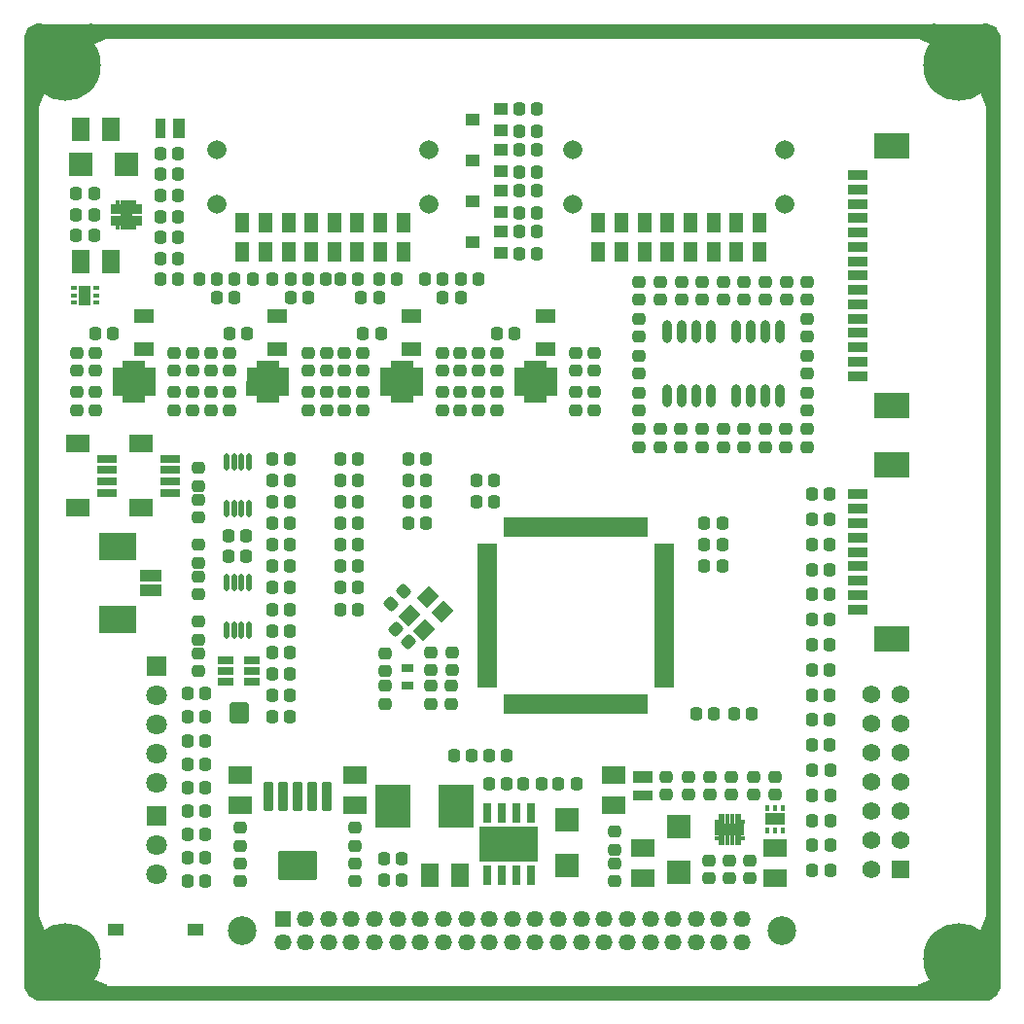
<source format=gts>
G04*
G04 #@! TF.GenerationSoftware,Altium Limited,Altium Designer,24.1.2 (44)*
G04*
G04 Layer_Color=8388736*
%FSLAX44Y44*%
%MOMM*%
G71*
G04*
G04 #@! TF.SameCoordinates,CCD1A46F-D253-4B56-9191-DC6610E302DE*
G04*
G04*
G04 #@! TF.FilePolarity,Negative*
G04*
G01*
G75*
%ADD23C,1.2300*%
%ADD70R,1.6764X0.7366*%
G04:AMPARAMS|DCode=71|XSize=1.6729mm|YSize=0.8032mm|CornerRadius=0.2516mm|HoleSize=0mm|Usage=FLASHONLY|Rotation=180.000|XOffset=0mm|YOffset=0mm|HoleType=Round|Shape=RoundedRectangle|*
%AMROUNDEDRECTD71*
21,1,1.6729,0.3000,0,0,180.0*
21,1,1.1697,0.8032,0,0,180.0*
1,1,0.5032,-0.5849,0.1500*
1,1,0.5032,0.5849,0.1500*
1,1,0.5032,0.5849,-0.1500*
1,1,0.5032,-0.5849,-0.1500*
%
%ADD71ROUNDEDRECTD71*%
%ADD72R,5.1032X3.1532*%
%ADD73R,3.1524X2.2524*%
%ADD74R,1.7524X0.9524*%
%ADD75R,1.1532X1.1032*%
G04:AMPARAMS|DCode=76|XSize=1.3032mm|YSize=1.5032mm|CornerRadius=0mm|HoleSize=0mm|Usage=FLASHONLY|Rotation=135.000|XOffset=0mm|YOffset=0mm|HoleType=Round|Shape=Rectangle|*
%AMROTATEDRECTD76*
4,1,4,0.9922,0.0707,-0.0707,-0.9922,-0.9922,-0.0707,0.0707,0.9922,0.9922,0.0707,0.0*
%
%ADD76ROTATEDRECTD76*%

%ADD77R,1.7032X1.2032*%
%ADD78R,2.0032X1.6032*%
%ADD79R,1.6032X2.0032*%
G04:AMPARAMS|DCode=80|XSize=1.1532mm|YSize=1.0532mm|CornerRadius=0.3141mm|HoleSize=0mm|Usage=FLASHONLY|Rotation=180.000|XOffset=0mm|YOffset=0mm|HoleType=Round|Shape=RoundedRectangle|*
%AMROUNDEDRECTD80*
21,1,1.1532,0.4250,0,0,180.0*
21,1,0.5250,1.0532,0,0,180.0*
1,1,0.6282,-0.2625,0.2125*
1,1,0.6282,0.2625,0.2125*
1,1,0.6282,0.2625,-0.2125*
1,1,0.6282,-0.2625,-0.2125*
%
%ADD80ROUNDEDRECTD80*%
G04:AMPARAMS|DCode=81|XSize=1.1532mm|YSize=1.0532mm|CornerRadius=0.3141mm|HoleSize=0mm|Usage=FLASHONLY|Rotation=90.000|XOffset=0mm|YOffset=0mm|HoleType=Round|Shape=RoundedRectangle|*
%AMROUNDEDRECTD81*
21,1,1.1532,0.4250,0,0,90.0*
21,1,0.5250,1.0532,0,0,90.0*
1,1,0.6282,0.2125,0.2625*
1,1,0.6282,0.2125,-0.2625*
1,1,0.6282,-0.2125,-0.2625*
1,1,0.6282,-0.2125,0.2625*
%
%ADD81ROUNDEDRECTD81*%
G04:AMPARAMS|DCode=82|XSize=1.1532mm|YSize=1.0532mm|CornerRadius=0.3141mm|HoleSize=0mm|Usage=FLASHONLY|Rotation=315.000|XOffset=0mm|YOffset=0mm|HoleType=Round|Shape=RoundedRectangle|*
%AMROUNDEDRECTD82*
21,1,1.1532,0.4250,0,0,315.0*
21,1,0.5250,1.0532,0,0,315.0*
1,1,0.6282,0.0354,-0.3359*
1,1,0.6282,-0.3359,0.0354*
1,1,0.6282,-0.0354,0.3359*
1,1,0.6282,0.3359,-0.0354*
%
%ADD82ROUNDEDRECTD82*%
G04:AMPARAMS|DCode=83|XSize=1.1532mm|YSize=1.0532mm|CornerRadius=0.3141mm|HoleSize=0mm|Usage=FLASHONLY|Rotation=45.000|XOffset=0mm|YOffset=0mm|HoleType=Round|Shape=RoundedRectangle|*
%AMROUNDEDRECTD83*
21,1,1.1532,0.4250,0,0,45.0*
21,1,0.5250,1.0532,0,0,45.0*
1,1,0.6282,0.3359,0.0354*
1,1,0.6282,-0.0354,-0.3359*
1,1,0.6282,-0.3359,-0.0354*
1,1,0.6282,0.0354,0.3359*
%
%ADD83ROUNDEDRECTD83*%
%ADD84R,2.1050X1.4954*%
%ADD85R,1.6510X0.7620*%
%ADD86R,2.0032X2.0032*%
%ADD87R,2.0032X2.0032*%
%ADD88R,1.4032X0.8032*%
%ADD89R,1.2032X1.7032*%
%ADD90R,1.7272X0.5334*%
%ADD91R,0.5334X1.7272*%
%ADD92R,0.4532X0.8532*%
%ADD93R,0.5032X0.8532*%
%ADD94R,0.8532X0.4532*%
%ADD95R,2.6032X0.5032*%
%ADD96R,0.8532X0.5032*%
%ADD97R,0.5032X2.6032*%
%ADD98R,1.1032X0.8032*%
%ADD99R,1.9050X1.0160*%
%ADD100R,3.3020X2.4130*%
%ADD101R,1.7016X1.1016*%
%ADD102R,0.4016X0.5516*%
%ADD103R,1.1016X1.7016*%
%ADD104R,0.5516X0.4016*%
%ADD105R,3.1532X3.7032*%
%ADD106R,1.7032X0.9032*%
%ADD107R,1.7032X1.0032*%
%ADD108R,0.9032X1.7032*%
%ADD109R,1.0032X1.7032*%
%ADD110O,0.4516X1.5016*%
%ADD111R,0.8532X0.5032*%
%ADD112R,0.9032X1.2032*%
%ADD113R,0.8532X0.4318*%
%ADD114O,0.8032X2.0032*%
%ADD115R,1.4032X1.0032*%
G04:AMPARAMS|DCode=116|XSize=0.9032mm|YSize=2.6032mm|CornerRadius=0.1506mm|HoleSize=0mm|Usage=FLASHONLY|Rotation=0.000|XOffset=0mm|YOffset=0mm|HoleType=Round|Shape=RoundedRectangle|*
%AMROUNDEDRECTD116*
21,1,0.9032,2.3020,0,0,0.0*
21,1,0.6020,2.6032,0,0,0.0*
1,1,0.3012,0.3010,-1.1510*
1,1,0.3012,-0.3010,-1.1510*
1,1,0.3012,-0.3010,1.1510*
1,1,0.3012,0.3010,1.1510*
%
%ADD116ROUNDEDRECTD116*%
G04:AMPARAMS|DCode=117|XSize=3.4032mm|YSize=2.6032mm|CornerRadius=0.1496mm|HoleSize=0mm|Usage=FLASHONLY|Rotation=0.000|XOffset=0mm|YOffset=0mm|HoleType=Round|Shape=RoundedRectangle|*
%AMROUNDEDRECTD117*
21,1,3.4032,2.3040,0,0,0.0*
21,1,3.1040,2.6032,0,0,0.0*
1,1,0.2992,1.5520,-1.1520*
1,1,0.2992,-1.5520,-1.1520*
1,1,0.2992,-1.5520,1.1520*
1,1,0.2992,1.5520,1.1520*
%
%ADD117ROUNDEDRECTD117*%
%ADD118R,1.5732X1.5732*%
%ADD119C,1.5732*%
%ADD120C,1.6612*%
%ADD121C,1.4612*%
%ADD122R,1.4612X1.4612*%
%ADD123C,2.5032*%
%ADD124C,1.2032*%
%ADD125C,6.2032*%
%ADD126C,1.8032*%
%ADD127R,1.8032X1.8032*%
G36*
X72652Y837497D02*
X60031Y831958D01*
X36000Y840539D01*
X16444Y833556D01*
X9461Y814000D01*
X18041Y789969D01*
X12503Y777348D01*
X203Y791409D01*
X5264Y814000D01*
X203Y836591D01*
X11965Y837935D01*
Y837959D01*
X12003Y837997D01*
X12077Y837997D01*
X13409Y849797D01*
X36000Y844736D01*
X58591Y849797D01*
X72652Y837497D01*
D02*
G37*
G36*
X837941Y838035D02*
X837959D01*
X837997Y837997D01*
X837997Y837914D01*
X849803Y836551D01*
X849736Y835727D01*
X849535Y834425D01*
X847394Y824422D01*
X844868Y814000D01*
X847394Y803578D01*
X849535Y793575D01*
X849736Y792273D01*
X849803Y791449D01*
X837503Y777355D01*
X831991Y789993D01*
X840533Y814000D01*
X834066Y832174D01*
X832200Y834040D01*
X814000Y840539D01*
X789968Y831958D01*
X777347Y837496D01*
X791408Y849797D01*
X814000Y844736D01*
X836592Y849797D01*
X837941Y838035D01*
D02*
G37*
G36*
X454968Y550608D02*
X463723Y550607D01*
Y526070D01*
X463714Y526061D01*
X454968D01*
X454972Y526057D01*
X454970Y519971D01*
X435443Y519972D01*
Y526070D01*
X426672Y526070D01*
X426697Y550609D01*
X435443Y550609D01*
Y556704D01*
X454968D01*
Y550608D01*
D02*
G37*
G36*
X338429D02*
X347184Y550607D01*
Y526070D01*
X347175Y526061D01*
X338429D01*
X338433Y526057D01*
X338431Y519971D01*
X318904Y519972D01*
Y526070D01*
X310133Y526070D01*
X310158Y550609D01*
X318904Y550609D01*
Y556704D01*
X338429D01*
Y550608D01*
D02*
G37*
G36*
X105350D02*
X114105Y550607D01*
Y526070D01*
X114096Y526061D01*
X105350D01*
X105354Y526057D01*
X105352Y519971D01*
X85826Y519972D01*
Y526070D01*
X77054Y526070D01*
X77079Y550609D01*
X85826Y550609D01*
Y556704D01*
X105350D01*
Y550608D01*
D02*
G37*
G36*
X221867Y550571D02*
X230623Y550570D01*
Y526033D01*
X230613Y526024D01*
X221867D01*
X221871Y526020D01*
X221870Y519934D01*
X202343Y519935D01*
Y526033D01*
X193571Y526033D01*
X193596Y550572D01*
X202343Y550572D01*
Y556667D01*
X221867D01*
Y550571D01*
D02*
G37*
G36*
X444455Y171018D02*
X444475D01*
X444505Y171008D01*
X444525D01*
X444555Y170998D01*
X444575Y170988D01*
X444605Y170978D01*
X444625Y170958D01*
X444645Y170948D01*
X444665Y170928D01*
X444685Y170918D01*
X444705Y170898D01*
X444725Y170878D01*
X444745Y170858D01*
X444765Y170838D01*
X444775Y170818D01*
X444795Y170798D01*
X444805Y170778D01*
X444825Y170758D01*
X444835Y170728D01*
X444845Y170708D01*
X444855Y170678D01*
Y170658D01*
X444865Y170628D01*
Y170608D01*
X444875Y170578D01*
Y154578D01*
X444865Y154548D01*
Y154528D01*
X444855Y154498D01*
Y154478D01*
X444845Y154448D01*
X444835Y154428D01*
X444825Y154398D01*
X444805Y154378D01*
X444795Y154358D01*
X444775Y154338D01*
X444765Y154318D01*
X444745Y154298D01*
X444725Y154278D01*
X444705Y154258D01*
X444685Y154238D01*
X444665Y154228D01*
X444645Y154208D01*
X444625Y154198D01*
X444605Y154178D01*
X444575Y154168D01*
X444555Y154158D01*
X444525Y154148D01*
X444505D01*
X444475Y154138D01*
X444455D01*
X444425Y154128D01*
X437925D01*
X437895Y154138D01*
X437875D01*
X437845Y154148D01*
X437825D01*
X437795Y154158D01*
X437775Y154168D01*
X437745Y154178D01*
X437725Y154198D01*
X437705Y154208D01*
X437685Y154228D01*
X437665Y154238D01*
X437645Y154258D01*
X437625Y154278D01*
X437605Y154298D01*
X437585Y154318D01*
X437575Y154338D01*
X437555Y154358D01*
X437545Y154378D01*
X437525Y154398D01*
X437515Y154428D01*
X437505Y154448D01*
X437495Y154478D01*
Y154498D01*
X437485Y154528D01*
Y154548D01*
X437475Y154578D01*
Y170578D01*
X437485Y170608D01*
Y170628D01*
X437495Y170658D01*
Y170678D01*
X437505Y170708D01*
X437515Y170728D01*
X437525Y170758D01*
X437545Y170778D01*
X437555Y170798D01*
X437575Y170818D01*
X437585Y170838D01*
X437605Y170858D01*
X437625Y170878D01*
X437645Y170898D01*
X437665Y170918D01*
X437685Y170928D01*
X437705Y170948D01*
X437725Y170958D01*
X437745Y170978D01*
X437775Y170988D01*
X437795Y170998D01*
X437825Y171008D01*
X437845D01*
X437875Y171018D01*
X437895D01*
X437925Y171028D01*
X444425D01*
X444455Y171018D01*
D02*
G37*
G36*
X431755D02*
X431775D01*
X431805Y171008D01*
X431825D01*
X431855Y170998D01*
X431875Y170988D01*
X431905Y170978D01*
X431925Y170958D01*
X431945Y170948D01*
X431965Y170928D01*
X431985Y170918D01*
X432005Y170898D01*
X432025Y170878D01*
X432045Y170858D01*
X432065Y170838D01*
X432075Y170818D01*
X432095Y170798D01*
X432105Y170778D01*
X432125Y170758D01*
X432135Y170728D01*
X432145Y170708D01*
X432155Y170678D01*
Y170658D01*
X432165Y170628D01*
Y170608D01*
X432175Y170578D01*
Y154578D01*
X432165Y154548D01*
Y154528D01*
X432155Y154498D01*
Y154478D01*
X432145Y154448D01*
X432135Y154428D01*
X432125Y154398D01*
X432105Y154378D01*
X432095Y154358D01*
X432075Y154338D01*
X432065Y154318D01*
X432045Y154298D01*
X432025Y154278D01*
X432005Y154258D01*
X431985Y154238D01*
X431965Y154228D01*
X431945Y154208D01*
X431925Y154198D01*
X431905Y154178D01*
X431875Y154168D01*
X431855Y154158D01*
X431825Y154148D01*
X431805D01*
X431775Y154138D01*
X431755D01*
X431725Y154128D01*
X425225D01*
X425195Y154138D01*
X425175D01*
X425145Y154148D01*
X425125D01*
X425095Y154158D01*
X425075Y154168D01*
X425045Y154178D01*
X425025Y154198D01*
X425005Y154208D01*
X424985Y154228D01*
X424965Y154238D01*
X424945Y154258D01*
X424925Y154278D01*
X424905Y154298D01*
X424885Y154318D01*
X424875Y154338D01*
X424855Y154358D01*
X424845Y154378D01*
X424825Y154398D01*
X424815Y154428D01*
X424805Y154448D01*
X424795Y154478D01*
Y154498D01*
X424785Y154528D01*
Y154548D01*
X424775Y154578D01*
Y170578D01*
X424785Y170608D01*
Y170628D01*
X424795Y170658D01*
Y170678D01*
X424805Y170708D01*
X424815Y170728D01*
X424825Y170758D01*
X424845Y170778D01*
X424855Y170798D01*
X424875Y170818D01*
X424885Y170838D01*
X424905Y170858D01*
X424925Y170878D01*
X424945Y170898D01*
X424965Y170918D01*
X424985Y170928D01*
X425005Y170948D01*
X425025Y170958D01*
X425045Y170978D01*
X425075Y170988D01*
X425095Y170998D01*
X425125Y171008D01*
X425145D01*
X425175Y171018D01*
X425195D01*
X425225Y171028D01*
X431725D01*
X431755Y171018D01*
D02*
G37*
G36*
X419055D02*
X419075D01*
X419105Y171008D01*
X419125D01*
X419155Y170998D01*
X419175Y170988D01*
X419205Y170978D01*
X419225Y170958D01*
X419245Y170948D01*
X419265Y170928D01*
X419285Y170918D01*
X419305Y170898D01*
X419325Y170878D01*
X419345Y170858D01*
X419365Y170838D01*
X419375Y170818D01*
X419395Y170798D01*
X419405Y170778D01*
X419425Y170758D01*
X419435Y170728D01*
X419445Y170708D01*
X419455Y170678D01*
Y170658D01*
X419465Y170628D01*
Y170608D01*
X419475Y170578D01*
Y154578D01*
X419465Y154548D01*
Y154528D01*
X419455Y154498D01*
Y154478D01*
X419445Y154448D01*
X419435Y154428D01*
X419425Y154398D01*
X419405Y154378D01*
X419395Y154358D01*
X419375Y154338D01*
X419365Y154318D01*
X419345Y154298D01*
X419325Y154278D01*
X419305Y154258D01*
X419285Y154238D01*
X419265Y154228D01*
X419245Y154208D01*
X419225Y154198D01*
X419205Y154178D01*
X419175Y154168D01*
X419155Y154158D01*
X419125Y154148D01*
X419105D01*
X419075Y154138D01*
X419055D01*
X419025Y154128D01*
X412525D01*
X412495Y154138D01*
X412475D01*
X412445Y154148D01*
X412425D01*
X412395Y154158D01*
X412375Y154168D01*
X412345Y154178D01*
X412325Y154198D01*
X412305Y154208D01*
X412285Y154228D01*
X412265Y154238D01*
X412245Y154258D01*
X412225Y154278D01*
X412205Y154298D01*
X412185Y154318D01*
X412175Y154338D01*
X412155Y154358D01*
X412145Y154378D01*
X412125Y154398D01*
X412115Y154428D01*
X412105Y154448D01*
X412095Y154478D01*
Y154498D01*
X412085Y154528D01*
Y154548D01*
X412075Y154578D01*
Y170578D01*
X412085Y170608D01*
Y170628D01*
X412095Y170658D01*
Y170678D01*
X412105Y170708D01*
X412115Y170728D01*
X412125Y170758D01*
X412145Y170778D01*
X412155Y170798D01*
X412175Y170818D01*
X412185Y170838D01*
X412205Y170858D01*
X412225Y170878D01*
X412245Y170898D01*
X412265Y170918D01*
X412285Y170928D01*
X412305Y170948D01*
X412325Y170958D01*
X412345Y170978D01*
X412375Y170988D01*
X412395Y170998D01*
X412425Y171008D01*
X412445D01*
X412475Y171018D01*
X412495D01*
X412525Y171028D01*
X419025D01*
X419055Y171018D01*
D02*
G37*
G36*
X406355D02*
X406375D01*
X406405Y171008D01*
X406425D01*
X406455Y170998D01*
X406475Y170988D01*
X406505Y170978D01*
X406525Y170958D01*
X406545Y170948D01*
X406565Y170928D01*
X406585Y170918D01*
X406605Y170898D01*
X406625Y170878D01*
X406645Y170858D01*
X406665Y170838D01*
X406675Y170818D01*
X406695Y170798D01*
X406705Y170778D01*
X406725Y170758D01*
X406735Y170728D01*
X406745Y170708D01*
X406755Y170678D01*
Y170658D01*
X406765Y170628D01*
Y170608D01*
X406775Y170578D01*
Y154578D01*
X406765Y154548D01*
Y154528D01*
X406755Y154498D01*
Y154478D01*
X406745Y154448D01*
X406735Y154428D01*
X406725Y154398D01*
X406705Y154378D01*
X406695Y154358D01*
X406675Y154338D01*
X406665Y154318D01*
X406645Y154298D01*
X406625Y154278D01*
X406605Y154258D01*
X406585Y154238D01*
X406565Y154228D01*
X406545Y154208D01*
X406525Y154198D01*
X406505Y154178D01*
X406475Y154168D01*
X406455Y154158D01*
X406425Y154148D01*
X406405D01*
X406375Y154138D01*
X406355D01*
X406325Y154128D01*
X399825D01*
X399795Y154138D01*
X399775D01*
X399745Y154148D01*
X399725D01*
X399695Y154158D01*
X399675Y154168D01*
X399645Y154178D01*
X399625Y154198D01*
X399605Y154208D01*
X399585Y154228D01*
X399565Y154238D01*
X399545Y154258D01*
X399525Y154278D01*
X399505Y154298D01*
X399485Y154318D01*
X399475Y154338D01*
X399455Y154358D01*
X399445Y154378D01*
X399425Y154398D01*
X399415Y154428D01*
X399405Y154448D01*
X399395Y154478D01*
Y154498D01*
X399385Y154528D01*
Y154548D01*
X399375Y154578D01*
Y170578D01*
X399385Y170608D01*
Y170628D01*
X399395Y170658D01*
Y170678D01*
X399405Y170708D01*
X399415Y170728D01*
X399425Y170758D01*
X399445Y170778D01*
X399455Y170798D01*
X399475Y170818D01*
X399485Y170838D01*
X399505Y170858D01*
X399525Y170878D01*
X399545Y170898D01*
X399565Y170918D01*
X399585Y170928D01*
X399605Y170948D01*
X399625Y170958D01*
X399645Y170978D01*
X399675Y170988D01*
X399695Y170998D01*
X399725Y171008D01*
X399745D01*
X399775Y171018D01*
X399795D01*
X399825Y171028D01*
X406325D01*
X406355Y171018D01*
D02*
G37*
G36*
X437625Y122578D02*
X406625D01*
Y148578D01*
X437625D01*
Y122578D01*
D02*
G37*
G36*
X444455Y117018D02*
X444475D01*
X444505Y117008D01*
X444525D01*
X444555Y116998D01*
X444575Y116988D01*
X444605Y116978D01*
X444625Y116958D01*
X444645Y116948D01*
X444665Y116928D01*
X444685Y116918D01*
X444705Y116898D01*
X444725Y116878D01*
X444745Y116858D01*
X444765Y116838D01*
X444775Y116818D01*
X444795Y116798D01*
X444805Y116778D01*
X444825Y116758D01*
X444835Y116728D01*
X444845Y116708D01*
X444855Y116678D01*
Y116658D01*
X444865Y116628D01*
Y116608D01*
X444875Y116578D01*
Y100578D01*
X444865Y100548D01*
Y100528D01*
X444855Y100498D01*
Y100478D01*
X444845Y100448D01*
X444835Y100428D01*
X444825Y100398D01*
X444805Y100378D01*
X444795Y100358D01*
X444775Y100338D01*
X444765Y100318D01*
X444745Y100298D01*
X444725Y100278D01*
X444705Y100258D01*
X444685Y100238D01*
X444665Y100228D01*
X444645Y100208D01*
X444625Y100198D01*
X444605Y100178D01*
X444575Y100168D01*
X444555Y100158D01*
X444525Y100148D01*
X444505D01*
X444475Y100138D01*
X444455D01*
X444425Y100128D01*
X437925D01*
X437895Y100138D01*
X437875D01*
X437845Y100148D01*
X437825D01*
X437795Y100158D01*
X437775Y100168D01*
X437745Y100178D01*
X437725Y100198D01*
X437705Y100208D01*
X437685Y100228D01*
X437665Y100238D01*
X437645Y100258D01*
X437625Y100278D01*
X437605Y100298D01*
X437585Y100318D01*
X437575Y100338D01*
X437555Y100358D01*
X437545Y100378D01*
X437525Y100398D01*
X437515Y100428D01*
X437505Y100448D01*
X437495Y100478D01*
Y100498D01*
X437485Y100528D01*
Y100548D01*
X437475Y100578D01*
Y116578D01*
X437485Y116608D01*
Y116628D01*
X437495Y116658D01*
Y116678D01*
X437505Y116708D01*
X437515Y116728D01*
X437525Y116758D01*
X437545Y116778D01*
X437555Y116798D01*
X437575Y116818D01*
X437585Y116838D01*
X437605Y116858D01*
X437625Y116878D01*
X437645Y116898D01*
X437665Y116918D01*
X437685Y116928D01*
X437705Y116948D01*
X437725Y116958D01*
X437745Y116978D01*
X437775Y116988D01*
X437795Y116998D01*
X437825Y117008D01*
X437845D01*
X437875Y117018D01*
X437895D01*
X437925Y117028D01*
X444425D01*
X444455Y117018D01*
D02*
G37*
G36*
X431755D02*
X431775D01*
X431805Y117008D01*
X431825D01*
X431855Y116998D01*
X431875Y116988D01*
X431905Y116978D01*
X431925Y116958D01*
X431945Y116948D01*
X431965Y116928D01*
X431985Y116918D01*
X432005Y116898D01*
X432025Y116878D01*
X432045Y116858D01*
X432065Y116838D01*
X432075Y116818D01*
X432095Y116798D01*
X432105Y116778D01*
X432125Y116758D01*
X432135Y116728D01*
X432145Y116708D01*
X432155Y116678D01*
Y116658D01*
X432165Y116628D01*
Y116608D01*
X432175Y116578D01*
Y100578D01*
X432165Y100548D01*
Y100528D01*
X432155Y100498D01*
Y100478D01*
X432145Y100448D01*
X432135Y100428D01*
X432125Y100398D01*
X432105Y100378D01*
X432095Y100358D01*
X432075Y100338D01*
X432065Y100318D01*
X432045Y100298D01*
X432025Y100278D01*
X432005Y100258D01*
X431985Y100238D01*
X431965Y100228D01*
X431945Y100208D01*
X431925Y100198D01*
X431905Y100178D01*
X431875Y100168D01*
X431855Y100158D01*
X431825Y100148D01*
X431805D01*
X431775Y100138D01*
X431755D01*
X431725Y100128D01*
X425225D01*
X425195Y100138D01*
X425175D01*
X425145Y100148D01*
X425125D01*
X425095Y100158D01*
X425075Y100168D01*
X425045Y100178D01*
X425025Y100198D01*
X425005Y100208D01*
X424985Y100228D01*
X424965Y100238D01*
X424945Y100258D01*
X424925Y100278D01*
X424905Y100298D01*
X424885Y100318D01*
X424875Y100338D01*
X424855Y100358D01*
X424845Y100378D01*
X424825Y100398D01*
X424815Y100428D01*
X424805Y100448D01*
X424795Y100478D01*
Y100498D01*
X424785Y100528D01*
Y100548D01*
X424775Y100578D01*
Y116578D01*
X424785Y116608D01*
Y116628D01*
X424795Y116658D01*
Y116678D01*
X424805Y116708D01*
X424815Y116728D01*
X424825Y116758D01*
X424845Y116778D01*
X424855Y116798D01*
X424875Y116818D01*
X424885Y116838D01*
X424905Y116858D01*
X424925Y116878D01*
X424945Y116898D01*
X424965Y116918D01*
X424985Y116928D01*
X425005Y116948D01*
X425025Y116958D01*
X425045Y116978D01*
X425075Y116988D01*
X425095Y116998D01*
X425125Y117008D01*
X425145D01*
X425175Y117018D01*
X425195D01*
X425225Y117028D01*
X431725D01*
X431755Y117018D01*
D02*
G37*
G36*
X419055D02*
X419075D01*
X419105Y117008D01*
X419125D01*
X419155Y116998D01*
X419175Y116988D01*
X419205Y116978D01*
X419225Y116958D01*
X419245Y116948D01*
X419265Y116928D01*
X419285Y116918D01*
X419305Y116898D01*
X419325Y116878D01*
X419345Y116858D01*
X419365Y116838D01*
X419375Y116818D01*
X419395Y116798D01*
X419405Y116778D01*
X419425Y116758D01*
X419435Y116728D01*
X419445Y116708D01*
X419455Y116678D01*
Y116658D01*
X419465Y116628D01*
Y116608D01*
X419475Y116578D01*
Y100578D01*
X419465Y100548D01*
Y100528D01*
X419455Y100498D01*
Y100478D01*
X419445Y100448D01*
X419435Y100428D01*
X419425Y100398D01*
X419405Y100378D01*
X419395Y100358D01*
X419375Y100338D01*
X419365Y100318D01*
X419345Y100298D01*
X419325Y100278D01*
X419305Y100258D01*
X419285Y100238D01*
X419265Y100228D01*
X419245Y100208D01*
X419225Y100198D01*
X419205Y100178D01*
X419175Y100168D01*
X419155Y100158D01*
X419125Y100148D01*
X419105D01*
X419075Y100138D01*
X419055D01*
X419025Y100128D01*
X412525D01*
X412495Y100138D01*
X412475D01*
X412445Y100148D01*
X412425D01*
X412395Y100158D01*
X412375Y100168D01*
X412345Y100178D01*
X412325Y100198D01*
X412305Y100208D01*
X412285Y100228D01*
X412265Y100238D01*
X412245Y100258D01*
X412225Y100278D01*
X412205Y100298D01*
X412185Y100318D01*
X412175Y100338D01*
X412155Y100358D01*
X412145Y100378D01*
X412125Y100398D01*
X412115Y100428D01*
X412105Y100448D01*
X412095Y100478D01*
Y100498D01*
X412085Y100528D01*
Y100548D01*
X412075Y100578D01*
Y116578D01*
X412085Y116608D01*
Y116628D01*
X412095Y116658D01*
Y116678D01*
X412105Y116708D01*
X412115Y116728D01*
X412125Y116758D01*
X412145Y116778D01*
X412155Y116798D01*
X412175Y116818D01*
X412185Y116838D01*
X412205Y116858D01*
X412225Y116878D01*
X412245Y116898D01*
X412265Y116918D01*
X412285Y116928D01*
X412305Y116948D01*
X412325Y116958D01*
X412345Y116978D01*
X412375Y116988D01*
X412395Y116998D01*
X412425Y117008D01*
X412445D01*
X412475Y117018D01*
X412495D01*
X412525Y117028D01*
X419025D01*
X419055Y117018D01*
D02*
G37*
G36*
X406355D02*
X406375D01*
X406405Y117008D01*
X406425D01*
X406455Y116998D01*
X406475Y116988D01*
X406505Y116978D01*
X406525Y116958D01*
X406545Y116948D01*
X406565Y116928D01*
X406585Y116918D01*
X406605Y116898D01*
X406625Y116878D01*
X406645Y116858D01*
X406665Y116838D01*
X406675Y116818D01*
X406695Y116798D01*
X406705Y116778D01*
X406725Y116758D01*
X406735Y116728D01*
X406745Y116708D01*
X406755Y116678D01*
Y116658D01*
X406765Y116628D01*
Y116608D01*
X406775Y116578D01*
Y100578D01*
X406765Y100548D01*
Y100528D01*
X406755Y100498D01*
Y100478D01*
X406745Y100448D01*
X406735Y100428D01*
X406725Y100398D01*
X406705Y100378D01*
X406695Y100358D01*
X406675Y100338D01*
X406665Y100318D01*
X406645Y100298D01*
X406625Y100278D01*
X406605Y100258D01*
X406585Y100238D01*
X406565Y100228D01*
X406545Y100208D01*
X406525Y100198D01*
X406505Y100178D01*
X406475Y100168D01*
X406455Y100158D01*
X406425Y100148D01*
X406405D01*
X406375Y100138D01*
X406355D01*
X406325Y100128D01*
X399825D01*
X399795Y100138D01*
X399775D01*
X399745Y100148D01*
X399725D01*
X399695Y100158D01*
X399675Y100168D01*
X399645Y100178D01*
X399625Y100198D01*
X399605Y100208D01*
X399585Y100228D01*
X399565Y100238D01*
X399545Y100258D01*
X399525Y100278D01*
X399505Y100298D01*
X399485Y100318D01*
X399475Y100338D01*
X399455Y100358D01*
X399445Y100378D01*
X399425Y100398D01*
X399415Y100428D01*
X399405Y100448D01*
X399395Y100478D01*
Y100498D01*
X399385Y100528D01*
Y100548D01*
X399375Y100578D01*
Y116578D01*
X399385Y116608D01*
Y116628D01*
X399395Y116658D01*
Y116678D01*
X399405Y116708D01*
X399415Y116728D01*
X399425Y116758D01*
X399445Y116778D01*
X399455Y116798D01*
X399475Y116818D01*
X399485Y116838D01*
X399505Y116858D01*
X399525Y116878D01*
X399545Y116898D01*
X399565Y116918D01*
X399585Y116928D01*
X399605Y116948D01*
X399625Y116958D01*
X399645Y116978D01*
X399675Y116988D01*
X399695Y116998D01*
X399725Y117008D01*
X399745D01*
X399775Y117018D01*
X399795D01*
X399825Y117028D01*
X406325D01*
X406355Y117018D01*
D02*
G37*
G36*
X849803Y58551D02*
X849736Y57728D01*
X849535Y56425D01*
X847394Y46423D01*
X844868Y36000D01*
X847394Y25577D01*
X849535Y15575D01*
X849736Y14272D01*
X849803Y13449D01*
X838035Y12060D01*
Y12041D01*
X837997Y12003D01*
X837563Y12004D01*
X837503Y11997D01*
X837502Y12004D01*
X833882Y12011D01*
Y197D01*
X832684Y268D01*
X831117Y480D01*
X826880Y1330D01*
X817765Y3667D01*
X813304Y4963D01*
X803579Y2606D01*
X793576Y465D01*
X792274Y264D01*
X791450Y197D01*
X777356Y12497D01*
X789994Y18008D01*
X806979Y11965D01*
X813976Y9476D01*
X832717Y14242D01*
X832832Y14357D01*
X840533Y36000D01*
X831990Y60007D01*
X837503Y72645D01*
X849803Y58551D01*
D02*
G37*
G36*
X18041Y60031D02*
X9461Y36000D01*
X16451Y16423D01*
X36000Y9467D01*
X60007Y18009D01*
X72644Y12497D01*
X58550Y197D01*
X57727Y264D01*
X56424Y465D01*
X46422Y2606D01*
X36000Y5132D01*
X25578Y2606D01*
X15576Y465D01*
X14273Y264D01*
X13450Y197D01*
X12066Y11965D01*
X12041D01*
X12003Y12003D01*
X12003Y12079D01*
X203Y13410D01*
X5264Y36000D01*
X203Y58590D01*
X12503Y72652D01*
X18041Y60031D01*
D02*
G37*
D23*
X843653Y837997D02*
G03*
X838020Y843646I-5650J0D01*
G01*
X838003Y6347D02*
G03*
X843653Y11984I0J5650D01*
G01*
X6353Y11997D02*
G03*
X11991Y6347I5650J0D01*
G01*
X12003Y843647D02*
G03*
X6353Y838009I0J-5650D01*
G01*
X843653Y706779D02*
Y837971D01*
X843653Y696779D02*
X843653Y706779D01*
X843653Y426780D02*
Y696779D01*
X843653Y416780D02*
X843653Y426780D01*
X843653Y156780D02*
Y416780D01*
X843653Y146780D02*
X843653Y156780D01*
X843653Y11997D02*
Y146780D01*
X700857Y6347D02*
X833882D01*
X690857Y6347D02*
X700857Y6347D01*
X430857Y6347D02*
X690857D01*
X706321Y843646D02*
X838003D01*
X696321Y843646D02*
X706321Y843646D01*
X426322Y843646D02*
X696321D01*
X416322Y843647D02*
X426322Y843646D01*
X156323Y843647D02*
X416322D01*
X146323Y843647D02*
X156323Y843647D01*
X12021Y843647D02*
X146323D01*
X420857Y6347D02*
X430857Y6347D01*
X140858Y6347D02*
X150858Y6347D01*
X420857D01*
X12003Y6347D02*
X140858D01*
X6353Y705502D02*
Y837997D01*
X6353Y695502D02*
X6353Y705502D01*
X6353Y425503D02*
Y695502D01*
X6353Y415503D02*
X6353Y425503D01*
X6353Y155503D02*
Y415503D01*
X6353Y145503D02*
X6353Y155503D01*
X6353Y12022D02*
Y145503D01*
X833882Y6347D02*
X837978D01*
D70*
X187000Y249619D02*
D03*
D71*
X187002Y244922D02*
D03*
X186999Y255082D02*
D03*
D72*
X422125Y135578D02*
D03*
D73*
X755000Y517600D02*
D03*
Y743600D02*
D03*
Y465500D02*
D03*
Y314500D02*
D03*
D74*
X726000Y718100D02*
D03*
Y705600D02*
D03*
Y693100D02*
D03*
Y680600D02*
D03*
Y668100D02*
D03*
Y655600D02*
D03*
Y643100D02*
D03*
Y630600D02*
D03*
Y618100D02*
D03*
Y605600D02*
D03*
Y593100D02*
D03*
Y580600D02*
D03*
Y568100D02*
D03*
Y555600D02*
D03*
Y543100D02*
D03*
Y340000D02*
D03*
Y352500D02*
D03*
Y365000D02*
D03*
Y377500D02*
D03*
Y390000D02*
D03*
Y402500D02*
D03*
Y415000D02*
D03*
Y427500D02*
D03*
Y440000D02*
D03*
D75*
X415084Y756818D02*
D03*
X390084Y766318D02*
D03*
X415084Y775818D02*
D03*
Y721258D02*
D03*
X390084Y730758D02*
D03*
X415084Y740258D02*
D03*
Y685698D02*
D03*
X390084Y695198D02*
D03*
X415084Y704698D02*
D03*
Y650138D02*
D03*
X390084Y659638D02*
D03*
X415084Y669138D02*
D03*
D76*
X335031Y334344D02*
D03*
X351294Y350608D02*
D03*
X364022Y337880D02*
D03*
X347758Y321616D02*
D03*
D77*
X104000Y566527D02*
D03*
Y594990D02*
D03*
X220568Y566527D02*
D03*
Y594990D02*
D03*
X337137Y566527D02*
D03*
Y594990D02*
D03*
X453705Y566527D02*
D03*
Y594990D02*
D03*
D78*
X653636Y106258D02*
D03*
Y132258D02*
D03*
X538808Y106258D02*
D03*
Y132258D02*
D03*
X513198Y195360D02*
D03*
Y169360D02*
D03*
X287616Y195595D02*
D03*
Y169596D02*
D03*
X187794Y195595D02*
D03*
Y169596D02*
D03*
D79*
X379060Y108576D02*
D03*
X353060D02*
D03*
X49144Y642448D02*
D03*
X75144D02*
D03*
X49461Y757548D02*
D03*
X75461D02*
D03*
D80*
X634762Y194091D02*
D03*
Y178591D02*
D03*
X653636Y178591D02*
D03*
Y194091D02*
D03*
X578141Y178591D02*
D03*
Y194091D02*
D03*
X559267Y194091D02*
D03*
Y178591D02*
D03*
X615888Y194091D02*
D03*
Y178591D02*
D03*
X613953Y105953D02*
D03*
Y121453D02*
D03*
X535419Y481200D02*
D03*
Y496700D02*
D03*
X553740Y624970D02*
D03*
Y609470D02*
D03*
X571998Y496700D02*
D03*
Y481200D02*
D03*
X608702Y609470D02*
D03*
Y624970D02*
D03*
X590381Y609470D02*
D03*
Y624970D02*
D03*
X553708Y496700D02*
D03*
Y481200D02*
D03*
X663445Y481200D02*
D03*
Y496700D02*
D03*
X681984Y624970D02*
D03*
Y609470D02*
D03*
X626866Y496700D02*
D03*
Y481200D02*
D03*
X645343Y609470D02*
D03*
Y624970D02*
D03*
X627022Y609470D02*
D03*
Y624970D02*
D03*
X645155Y496700D02*
D03*
Y481200D02*
D03*
X597015Y178591D02*
D03*
Y194091D02*
D03*
X596169Y121453D02*
D03*
Y105953D02*
D03*
X631487Y121453D02*
D03*
Y105953D02*
D03*
X514452Y146403D02*
D03*
Y130903D02*
D03*
Y118492D02*
D03*
Y102992D02*
D03*
X287614Y149606D02*
D03*
Y134106D02*
D03*
X187792Y149606D02*
D03*
Y134106D02*
D03*
X287614Y118492D02*
D03*
Y102992D02*
D03*
X187792Y118492D02*
D03*
Y102992D02*
D03*
X45778Y547585D02*
D03*
Y563085D02*
D03*
X146691Y547585D02*
D03*
Y563085D02*
D03*
X61780Y547585D02*
D03*
Y563085D02*
D03*
X130863Y547585D02*
D03*
Y563085D02*
D03*
X162520Y547585D02*
D03*
Y563085D02*
D03*
X263260Y547585D02*
D03*
Y563085D02*
D03*
X178349Y547585D02*
D03*
Y563085D02*
D03*
X247431Y547585D02*
D03*
Y563085D02*
D03*
X61780Y528903D02*
D03*
Y513402D02*
D03*
X178349Y528903D02*
D03*
Y513402D02*
D03*
X45778D02*
D03*
Y528903D02*
D03*
X162520Y513402D02*
D03*
Y528903D02*
D03*
X146691D02*
D03*
Y513402D02*
D03*
X263260Y528903D02*
D03*
Y513402D02*
D03*
X130863Y528903D02*
D03*
Y513402D02*
D03*
X247431Y528903D02*
D03*
Y513402D02*
D03*
X279088Y547585D02*
D03*
Y563085D02*
D03*
X379828Y547585D02*
D03*
Y563085D02*
D03*
X294917Y547585D02*
D03*
Y563085D02*
D03*
X363999Y547585D02*
D03*
Y563085D02*
D03*
X395657Y547585D02*
D03*
Y563085D02*
D03*
X496316Y547585D02*
D03*
Y563085D02*
D03*
X411486Y547585D02*
D03*
Y563085D02*
D03*
X480568Y547585D02*
D03*
Y563085D02*
D03*
X294917Y528903D02*
D03*
Y513402D02*
D03*
X411486Y528903D02*
D03*
Y513402D02*
D03*
X279088D02*
D03*
Y528903D02*
D03*
X395657Y513402D02*
D03*
Y528903D02*
D03*
X496316D02*
D03*
Y513402D02*
D03*
X379828Y528903D02*
D03*
Y513402D02*
D03*
X363999Y528903D02*
D03*
Y513402D02*
D03*
X480568Y528903D02*
D03*
Y513402D02*
D03*
X535544Y577402D02*
D03*
Y592902D02*
D03*
X535544Y560835D02*
D03*
Y545335D02*
D03*
X535544Y609470D02*
D03*
Y624970D02*
D03*
X535544Y528768D02*
D03*
Y513268D02*
D03*
X590412Y496700D02*
D03*
Y481200D02*
D03*
X572185Y609470D02*
D03*
Y624970D02*
D03*
X681860Y545335D02*
D03*
Y560835D02*
D03*
X681860Y528768D02*
D03*
Y513268D02*
D03*
X681860Y577402D02*
D03*
Y592902D02*
D03*
X681860Y496700D02*
D03*
Y481200D02*
D03*
X608702Y496700D02*
D03*
Y481200D02*
D03*
X663789Y609470D02*
D03*
Y624970D02*
D03*
X151311Y462930D02*
D03*
Y447430D02*
D03*
Y395993D02*
D03*
Y380493D02*
D03*
Y435461D02*
D03*
Y419961D02*
D03*
Y368524D02*
D03*
Y353024D02*
D03*
X151943Y329055D02*
D03*
Y313555D02*
D03*
Y301586D02*
D03*
Y286087D02*
D03*
X353822Y302250D02*
D03*
Y286750D02*
D03*
X372364Y302250D02*
D03*
Y286750D02*
D03*
X314452Y257674D02*
D03*
Y273174D02*
D03*
X353822D02*
D03*
Y257674D02*
D03*
X372110Y273174D02*
D03*
Y257674D02*
D03*
X314452Y286122D02*
D03*
Y301622D02*
D03*
D81*
X701750Y134342D02*
D03*
X686250D02*
D03*
X434830Y188458D02*
D03*
X450330D02*
D03*
X404485D02*
D03*
X419985D02*
D03*
X118726Y682041D02*
D03*
X134226D02*
D03*
X118726Y645433D02*
D03*
X134226D02*
D03*
X118726Y718649D02*
D03*
X134226D02*
D03*
X134226Y736953D02*
D03*
X118726D02*
D03*
X134226Y627130D02*
D03*
X118726D02*
D03*
X134226Y663737D02*
D03*
X118726D02*
D03*
X45204Y683373D02*
D03*
X60704D02*
D03*
X275280Y414875D02*
D03*
X290780D02*
D03*
X275280Y433755D02*
D03*
X290780D02*
D03*
X275280Y396265D02*
D03*
X290780D02*
D03*
X275280Y377520D02*
D03*
X290780D02*
D03*
X275280Y452500D02*
D03*
X290780D02*
D03*
X275280Y358775D02*
D03*
X290780D02*
D03*
X275280Y340030D02*
D03*
X290780D02*
D03*
X393750Y452500D02*
D03*
X409250D02*
D03*
X430924Y756564D02*
D03*
X446424D02*
D03*
X430924Y721004D02*
D03*
X446424D02*
D03*
X430924Y685444D02*
D03*
X446424D02*
D03*
X430924Y649884D02*
D03*
X446424D02*
D03*
X430924Y775564D02*
D03*
X446424D02*
D03*
X430924Y740004D02*
D03*
X446424D02*
D03*
X430924Y704444D02*
D03*
X446424D02*
D03*
X430924Y668884D02*
D03*
X446424D02*
D03*
X193170Y403860D02*
D03*
X177670D02*
D03*
X193170Y386493D02*
D03*
X177670D02*
D03*
X216131Y433671D02*
D03*
X231631D02*
D03*
X216131Y414926D02*
D03*
X231631D02*
D03*
X216131Y377436D02*
D03*
X231631D02*
D03*
X216131Y396181D02*
D03*
X231631D02*
D03*
X216131Y452417D02*
D03*
X231631D02*
D03*
X216131Y321201D02*
D03*
X231631D02*
D03*
X231631Y471162D02*
D03*
X216131D02*
D03*
X216131Y302456D02*
D03*
X231631D02*
D03*
X216131Y358691D02*
D03*
X231631D02*
D03*
X231631Y339946D02*
D03*
X216131D02*
D03*
X231631Y283711D02*
D03*
X216131D02*
D03*
X231631Y264966D02*
D03*
X216131D02*
D03*
X231631Y246221D02*
D03*
X216131D02*
D03*
X157610D02*
D03*
X142110D02*
D03*
X157610Y266700D02*
D03*
X142110D02*
D03*
X157610Y123346D02*
D03*
X142110D02*
D03*
X142110Y164304D02*
D03*
X157610D02*
D03*
X142110Y143825D02*
D03*
X157610D02*
D03*
X142110Y225742D02*
D03*
X157610D02*
D03*
X142110Y205263D02*
D03*
X157610D02*
D03*
X142110Y184783D02*
D03*
X157610D02*
D03*
X349928Y415010D02*
D03*
X334428D02*
D03*
X349928Y433755D02*
D03*
X334428D02*
D03*
X349928Y452500D02*
D03*
X334428D02*
D03*
X349928Y471245D02*
D03*
X334428D02*
D03*
X686250Y156185D02*
D03*
X701750D02*
D03*
X701345Y221712D02*
D03*
X685845D02*
D03*
X686250Y178027D02*
D03*
X701750D02*
D03*
X701750Y112500D02*
D03*
X686250D02*
D03*
X686250Y199870D02*
D03*
X701750D02*
D03*
X701345Y287240D02*
D03*
X685845D02*
D03*
X685845Y243555D02*
D03*
X701345D02*
D03*
X685845Y265397D02*
D03*
X701345D02*
D03*
X685845Y309083D02*
D03*
X701345D02*
D03*
X685845Y330925D02*
D03*
X701345D02*
D03*
X685845Y352767D02*
D03*
X701345D02*
D03*
X685845Y374610D02*
D03*
X701345D02*
D03*
X685845Y396452D02*
D03*
X701345D02*
D03*
X685845Y418295D02*
D03*
X701345D02*
D03*
X118726Y700345D02*
D03*
X134226D02*
D03*
X275280Y471245D02*
D03*
X290780D02*
D03*
X685845Y440137D02*
D03*
X701345D02*
D03*
X465175Y188458D02*
D03*
X480675D02*
D03*
X328965Y122500D02*
D03*
X313465D02*
D03*
X313138Y104117D02*
D03*
X328638D02*
D03*
X60836Y701802D02*
D03*
X45336D02*
D03*
X60704Y665194D02*
D03*
X45204D02*
D03*
X77546Y580255D02*
D03*
X62046D02*
D03*
X167762Y627122D02*
D03*
X152262D02*
D03*
X194115Y580255D02*
D03*
X178615D02*
D03*
X231903Y627122D02*
D03*
X216403D02*
D03*
X231903Y611124D02*
D03*
X247403D02*
D03*
X167762D02*
D03*
X183262D02*
D03*
Y627122D02*
D03*
X198762D02*
D03*
X247403D02*
D03*
X262903D02*
D03*
X310683Y580255D02*
D03*
X295183D02*
D03*
X275308Y627122D02*
D03*
X290808D02*
D03*
X427252Y580255D02*
D03*
X411752D02*
D03*
X364467Y627122D02*
D03*
X348967D02*
D03*
X293359Y611124D02*
D03*
X308859D02*
D03*
X364467D02*
D03*
X379967D02*
D03*
X308859Y627122D02*
D03*
X324359D02*
D03*
X379967D02*
D03*
X395467D02*
D03*
X592250Y415000D02*
D03*
X607750D02*
D03*
X393576Y433755D02*
D03*
X409076D02*
D03*
X607750Y396322D02*
D03*
X592250D02*
D03*
X584750Y248970D02*
D03*
X600250D02*
D03*
X419985Y212500D02*
D03*
X404485D02*
D03*
X618039Y248970D02*
D03*
X633539D02*
D03*
X389993Y212500D02*
D03*
X374493D02*
D03*
X157610Y102992D02*
D03*
X142110D02*
D03*
X592250Y377645D02*
D03*
X607750D02*
D03*
D82*
X319247Y344932D02*
D03*
X330207Y355892D02*
D03*
D83*
X334296Y311537D02*
D03*
X323336Y322497D02*
D03*
D84*
X101682Y484180D02*
D03*
Y428180D02*
D03*
X46412Y484180D02*
D03*
Y428180D02*
D03*
D85*
X127482Y471180D02*
D03*
Y461180D02*
D03*
Y451180D02*
D03*
Y441180D02*
D03*
X72212Y471180D02*
D03*
Y461180D02*
D03*
Y451180D02*
D03*
Y441180D02*
D03*
D86*
X570255Y150962D02*
D03*
Y110962D02*
D03*
X472159Y117101D02*
D03*
Y157102D02*
D03*
D87*
X89342Y727453D02*
D03*
X49342D02*
D03*
D88*
X175315Y295586D02*
D03*
Y286086D02*
D03*
Y276586D02*
D03*
X198315D02*
D03*
Y286086D02*
D03*
Y295586D02*
D03*
D89*
X190000Y651500D02*
D03*
Y676500D02*
D03*
X210000Y651500D02*
D03*
Y676500D02*
D03*
X230000Y651500D02*
D03*
Y676500D02*
D03*
X250000Y651500D02*
D03*
Y676500D02*
D03*
X270000Y651500D02*
D03*
Y676500D02*
D03*
X290000Y651500D02*
D03*
Y676500D02*
D03*
X310000Y651500D02*
D03*
Y676500D02*
D03*
X330000Y651500D02*
D03*
Y676500D02*
D03*
X500000Y651500D02*
D03*
Y676500D02*
D03*
X520000Y651500D02*
D03*
Y676500D02*
D03*
X540000Y651500D02*
D03*
Y676500D02*
D03*
X560000Y651500D02*
D03*
Y676500D02*
D03*
X580000Y651500D02*
D03*
Y676500D02*
D03*
X600000Y651500D02*
D03*
Y676500D02*
D03*
X620000Y651500D02*
D03*
Y676500D02*
D03*
X640000Y651500D02*
D03*
Y676500D02*
D03*
D90*
X402784Y394500D02*
D03*
Y389500D02*
D03*
Y384500D02*
D03*
Y379500D02*
D03*
Y374500D02*
D03*
Y369500D02*
D03*
Y364500D02*
D03*
Y359500D02*
D03*
Y354500D02*
D03*
Y349500D02*
D03*
Y344500D02*
D03*
Y339500D02*
D03*
Y334500D02*
D03*
Y329500D02*
D03*
Y324500D02*
D03*
Y319500D02*
D03*
Y314500D02*
D03*
Y309500D02*
D03*
Y304500D02*
D03*
Y299500D02*
D03*
Y294500D02*
D03*
Y289500D02*
D03*
Y284500D02*
D03*
Y279500D02*
D03*
Y274500D02*
D03*
X557216D02*
D03*
Y279500D02*
D03*
Y284500D02*
D03*
Y289500D02*
D03*
Y294500D02*
D03*
Y299500D02*
D03*
Y304500D02*
D03*
Y309500D02*
D03*
Y314500D02*
D03*
Y319500D02*
D03*
Y324500D02*
D03*
Y329500D02*
D03*
Y334500D02*
D03*
Y339500D02*
D03*
Y344500D02*
D03*
Y349500D02*
D03*
Y354500D02*
D03*
Y359500D02*
D03*
Y364500D02*
D03*
Y369500D02*
D03*
Y374500D02*
D03*
Y379500D02*
D03*
Y384500D02*
D03*
Y389500D02*
D03*
Y394500D02*
D03*
D91*
X420000Y257284D02*
D03*
X425000D02*
D03*
X430000D02*
D03*
X435000D02*
D03*
X440000D02*
D03*
X445000D02*
D03*
X450000D02*
D03*
X455000D02*
D03*
X460000D02*
D03*
X465000D02*
D03*
X470000D02*
D03*
X475000D02*
D03*
X480000D02*
D03*
X485000D02*
D03*
X490000D02*
D03*
X495000D02*
D03*
X500000D02*
D03*
X505000D02*
D03*
X510000D02*
D03*
X515000D02*
D03*
X520000D02*
D03*
X525000D02*
D03*
X530000D02*
D03*
X535000D02*
D03*
X540000D02*
D03*
Y411716D02*
D03*
X535000D02*
D03*
X530000D02*
D03*
X525000D02*
D03*
X520000D02*
D03*
X515000D02*
D03*
X510000D02*
D03*
X505000D02*
D03*
X500000D02*
D03*
X495000D02*
D03*
X490000D02*
D03*
X485000D02*
D03*
X480000D02*
D03*
X475000D02*
D03*
X470000D02*
D03*
X465000D02*
D03*
X460000D02*
D03*
X455000D02*
D03*
X450000D02*
D03*
X445000D02*
D03*
X440000D02*
D03*
X435000D02*
D03*
X430000D02*
D03*
X425000D02*
D03*
X420000D02*
D03*
D92*
X616447Y157187D02*
D03*
X611955Y157217D02*
D03*
X616447Y138717D02*
D03*
X611955D02*
D03*
X96169Y674510D02*
D03*
X81699D02*
D03*
X81699Y692010D02*
D03*
X96199D02*
D03*
X88001Y552437D02*
D03*
Y524237D02*
D03*
X93001D02*
D03*
X98001D02*
D03*
X103001D02*
D03*
X93001Y552437D02*
D03*
X98001D02*
D03*
X103001D02*
D03*
X204570D02*
D03*
Y524237D02*
D03*
X209570D02*
D03*
X214570D02*
D03*
X219570D02*
D03*
X209570Y552437D02*
D03*
X214570D02*
D03*
X219570D02*
D03*
X321138D02*
D03*
Y524237D02*
D03*
X326138D02*
D03*
X331138D02*
D03*
X336138D02*
D03*
X326138Y552437D02*
D03*
X331138D02*
D03*
X336138D02*
D03*
X437707D02*
D03*
Y524237D02*
D03*
X442707D02*
D03*
X447707D02*
D03*
X452707D02*
D03*
X442707Y552437D02*
D03*
X447707D02*
D03*
X452707D02*
D03*
D93*
X621203Y157188D02*
D03*
X607203Y138717D02*
D03*
Y157217D02*
D03*
X621203Y138717D02*
D03*
D94*
X622953Y155188D02*
D03*
Y140717D02*
D03*
X605453Y140717D02*
D03*
Y155217D02*
D03*
X98169Y681016D02*
D03*
X98199Y685508D02*
D03*
X79699Y681016D02*
D03*
Y685508D02*
D03*
X81251Y528337D02*
D03*
Y533337D02*
D03*
Y543337D02*
D03*
Y548337D02*
D03*
X109752D02*
D03*
Y543337D02*
D03*
Y538337D02*
D03*
Y533337D02*
D03*
Y528337D02*
D03*
X197820D02*
D03*
Y533337D02*
D03*
Y543337D02*
D03*
Y548337D02*
D03*
X226320D02*
D03*
Y543337D02*
D03*
Y538337D02*
D03*
Y533337D02*
D03*
Y528337D02*
D03*
X314389D02*
D03*
Y533337D02*
D03*
Y543337D02*
D03*
Y548337D02*
D03*
X342888D02*
D03*
Y543337D02*
D03*
Y538337D02*
D03*
Y533337D02*
D03*
Y528337D02*
D03*
X430957D02*
D03*
Y533337D02*
D03*
Y543337D02*
D03*
Y548337D02*
D03*
X459457D02*
D03*
Y543337D02*
D03*
Y538337D02*
D03*
Y533337D02*
D03*
Y528337D02*
D03*
D95*
X614214Y145458D02*
D03*
X614203Y150458D02*
D03*
D96*
X98169Y676260D02*
D03*
X79699Y690260D02*
D03*
X98199D02*
D03*
X79699Y676260D02*
D03*
D97*
X86440Y683249D02*
D03*
X91440Y683260D02*
D03*
D98*
X334010Y289172D02*
D03*
Y273172D02*
D03*
D99*
X110325Y369470D02*
D03*
Y356970D02*
D03*
D100*
X81325Y394970D02*
D03*
Y331470D02*
D03*
D101*
X653636Y157237D02*
D03*
D102*
X660136Y147487D02*
D03*
X653636D02*
D03*
X647136D02*
D03*
Y166987D02*
D03*
X653636D02*
D03*
X660136D02*
D03*
D103*
X52878Y613497D02*
D03*
D104*
X62628Y619997D02*
D03*
Y613497D02*
D03*
Y606997D02*
D03*
X43128D02*
D03*
Y613497D02*
D03*
Y619997D02*
D03*
D105*
X321215Y168676D02*
D03*
X375715D02*
D03*
D106*
X538230Y177699D02*
D03*
D107*
Y193699D02*
D03*
D108*
X118675Y758807D02*
D03*
D109*
X134675D02*
D03*
D110*
X195806Y468524D02*
D03*
X189306D02*
D03*
X182806D02*
D03*
X176306D02*
D03*
X195806Y427524D02*
D03*
X189306D02*
D03*
X182806D02*
D03*
X176306D02*
D03*
X195806Y362999D02*
D03*
X189306D02*
D03*
X182806D02*
D03*
X176306D02*
D03*
X195806Y321999D02*
D03*
X189306D02*
D03*
X182806D02*
D03*
X176306D02*
D03*
D111*
X90752Y531834D02*
D03*
X100252D02*
D03*
X207320D02*
D03*
X216820D02*
D03*
X323889D02*
D03*
X333388D02*
D03*
X440457D02*
D03*
X449957D02*
D03*
D112*
X91002Y541337D02*
D03*
X100001D02*
D03*
X207570D02*
D03*
X216570D02*
D03*
X324138D02*
D03*
X333139D02*
D03*
X440707D02*
D03*
X449707D02*
D03*
D113*
X81251Y538337D02*
D03*
X197820D02*
D03*
X314389D02*
D03*
X430957D02*
D03*
D114*
X598170Y582065D02*
D03*
X585470D02*
D03*
X572770D02*
D03*
X560070D02*
D03*
X598170Y525565D02*
D03*
X585470D02*
D03*
X572770D02*
D03*
X560070D02*
D03*
X619760Y525565D02*
D03*
X632460D02*
D03*
X645160D02*
D03*
X657860D02*
D03*
X619760Y582065D02*
D03*
X632460D02*
D03*
X645160D02*
D03*
X657860D02*
D03*
D115*
X149300Y60960D02*
D03*
X79300D02*
D03*
D116*
X263228Y177182D02*
D03*
X250528D02*
D03*
X237828D02*
D03*
X225128D02*
D03*
X212428D02*
D03*
D117*
X237828Y116682D02*
D03*
D118*
X762700Y113800D02*
D03*
D119*
X737300D02*
D03*
X762700Y139200D02*
D03*
X737300D02*
D03*
X762700Y164600D02*
D03*
X737300D02*
D03*
Y190000D02*
D03*
Y215400D02*
D03*
X762700Y240800D02*
D03*
X737300D02*
D03*
X762700Y266200D02*
D03*
X737300D02*
D03*
X762700Y190000D02*
D03*
Y215400D02*
D03*
D120*
X352500Y692500D02*
D03*
X167500D02*
D03*
X352500Y740000D02*
D03*
X167500D02*
D03*
X662500Y692500D02*
D03*
X477500D02*
D03*
X662500Y740000D02*
D03*
X477500D02*
D03*
D121*
X625000Y50000D02*
D03*
Y70000D02*
D03*
X605000Y50000D02*
D03*
Y70000D02*
D03*
X585000Y50000D02*
D03*
Y70000D02*
D03*
X565000Y50000D02*
D03*
Y70000D02*
D03*
X545000Y50000D02*
D03*
Y70000D02*
D03*
X525000Y50000D02*
D03*
Y70000D02*
D03*
X505000Y50000D02*
D03*
Y70000D02*
D03*
X485000Y50000D02*
D03*
Y70000D02*
D03*
X465000Y50000D02*
D03*
Y70000D02*
D03*
X445000Y50000D02*
D03*
Y70000D02*
D03*
X425000Y50000D02*
D03*
Y70000D02*
D03*
X405000Y50000D02*
D03*
Y70000D02*
D03*
X385000Y50000D02*
D03*
Y70000D02*
D03*
X365000Y50000D02*
D03*
Y70000D02*
D03*
X345000Y50000D02*
D03*
Y70000D02*
D03*
X325000Y50000D02*
D03*
Y70000D02*
D03*
X305000Y50000D02*
D03*
Y70000D02*
D03*
X285000Y50000D02*
D03*
Y70000D02*
D03*
X265000Y50000D02*
D03*
Y70000D02*
D03*
X245000Y50000D02*
D03*
Y70000D02*
D03*
X225000Y50000D02*
D03*
D122*
Y70000D02*
D03*
D123*
X190000Y60000D02*
D03*
X660000D02*
D03*
D124*
X19560Y52440D02*
D03*
X52440Y19560D02*
D03*
X19560D02*
D03*
X52440Y52440D02*
D03*
X59250Y36000D02*
D03*
X36000Y13140D02*
D03*
X12750Y36000D02*
D03*
X36000Y59250D02*
D03*
X19560Y830440D02*
D03*
X52440Y797560D02*
D03*
X19560D02*
D03*
X52440Y830440D02*
D03*
X59250Y814000D02*
D03*
X36000Y791140D02*
D03*
X12750Y814000D02*
D03*
X36000Y837250D02*
D03*
X797560Y830440D02*
D03*
X830440Y797560D02*
D03*
X797560D02*
D03*
X830440Y830440D02*
D03*
X837250Y814000D02*
D03*
X814000Y791140D02*
D03*
X790750Y814000D02*
D03*
X814000Y837250D02*
D03*
X797560Y52440D02*
D03*
X830440Y19560D02*
D03*
X797560D02*
D03*
X830440Y52440D02*
D03*
X837250Y36000D02*
D03*
X814000Y13140D02*
D03*
X790750Y36000D02*
D03*
X814000Y59250D02*
D03*
D125*
X36000Y36000D02*
D03*
Y814000D02*
D03*
X814000D02*
D03*
Y36000D02*
D03*
D126*
X115316Y109728D02*
D03*
Y135128D02*
D03*
Y188516D02*
D03*
Y213916D02*
D03*
Y239316D02*
D03*
Y264716D02*
D03*
D127*
Y160528D02*
D03*
Y290116D02*
D03*
M02*

</source>
